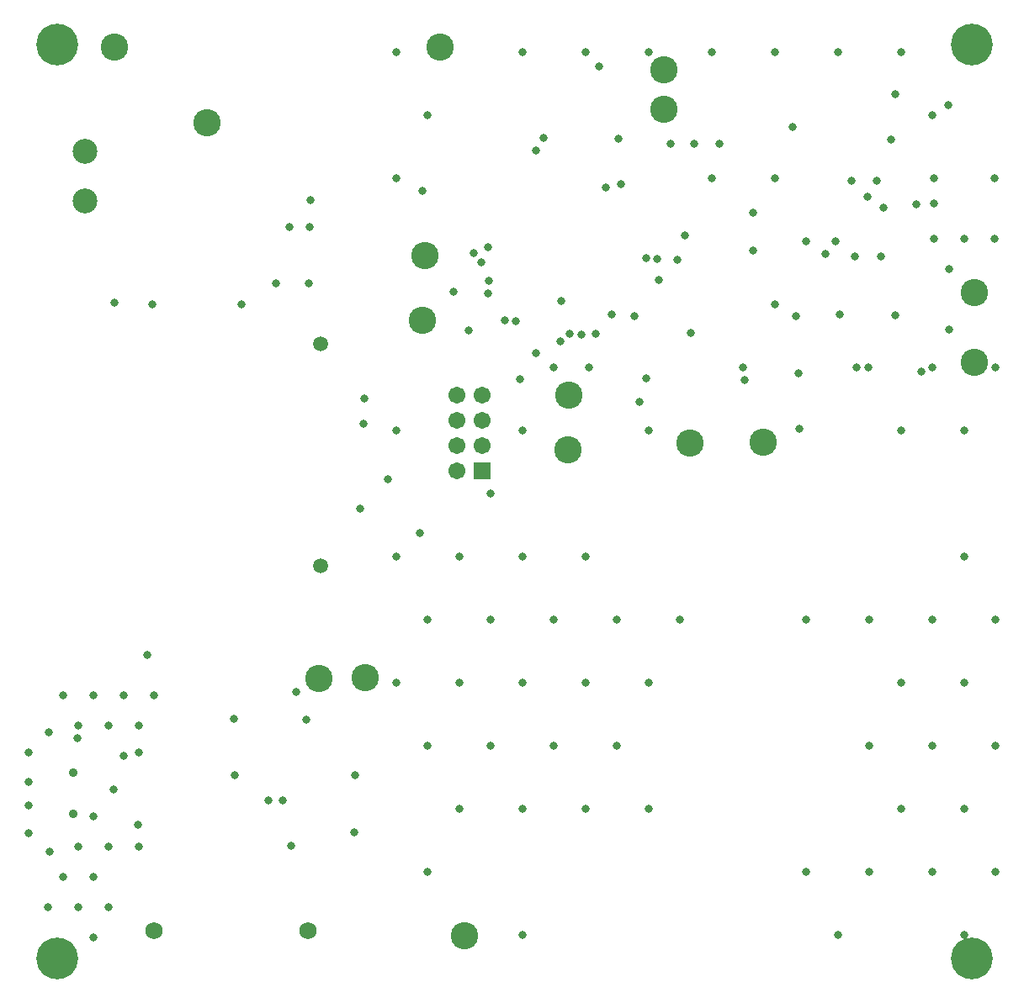
<source format=gbs>
G04*
G04 #@! TF.GenerationSoftware,Altium Limited,Altium Designer,20.1.8 (145)*
G04*
G04 Layer_Color=16711935*
%FSAX25Y25*%
%MOIN*%
G70*
G04*
G04 #@! TF.SameCoordinates,89318993-7189-4E3E-A0A4-2F758258B478*
G04*
G04*
G04 #@! TF.FilePolarity,Negative*
G04*
G01*
G75*
%ADD85C,0.09855*%
%ADD86C,0.05918*%
%ADD87R,0.06706X0.06706*%
%ADD88C,0.06706*%
%ADD89C,0.03556*%
%ADD90C,0.10800*%
%ADD91C,0.06800*%
%ADD92C,0.16548*%
%ADD93C,0.03200*%
D85*
X0026575Y0315945D02*
D03*
Y0335630D02*
D03*
D86*
X0120197Y0171260D02*
D03*
Y0259449D02*
D03*
D87*
X0184062Y0209154D02*
D03*
D88*
Y0219154D02*
D03*
Y0229154D02*
D03*
Y0239154D02*
D03*
X0174062Y0209154D02*
D03*
Y0219154D02*
D03*
Y0229154D02*
D03*
Y0239154D02*
D03*
D89*
X0022146Y0089496D02*
D03*
Y0073158D02*
D03*
D90*
X0038386Y0376969D02*
D03*
X0177165Y0024606D02*
D03*
X0167386Y0376969D02*
D03*
X0379134Y0279528D02*
D03*
Y0251969D02*
D03*
X0075197Y0346949D02*
D03*
X0137795Y0126969D02*
D03*
X0119500Y0126827D02*
D03*
X0160433Y0268701D02*
D03*
X0161417Y0294291D02*
D03*
X0218110Y0217323D02*
D03*
X0218504Y0238976D02*
D03*
X0266535Y0220079D02*
D03*
X0295276Y0220472D02*
D03*
X0255906Y0352362D02*
D03*
Y0368110D02*
D03*
D91*
X0054134Y0026575D02*
D03*
X0115157D02*
D03*
D92*
X0377953Y0377953D02*
D03*
X0015748Y0015748D02*
D03*
X0377953D02*
D03*
X0015748Y0377953D02*
D03*
D93*
X0331693Y0294094D02*
D03*
X0253937Y0284646D02*
D03*
X0261319Y0292815D02*
D03*
X0244550Y0270477D02*
D03*
X0308268Y0270472D02*
D03*
X0197388Y0268197D02*
D03*
X0193191Y0268781D02*
D03*
X0186429Y0297638D02*
D03*
X0180800Y0295400D02*
D03*
X0205400Y0255600D02*
D03*
X0249200Y0245700D02*
D03*
X0208268Y0340945D02*
D03*
X0249213Y0293307D02*
D03*
X0253543Y0292913D02*
D03*
X0218898Y0263386D02*
D03*
X0223239Y0263003D02*
D03*
X0215354Y0276378D02*
D03*
X0215060Y0260321D02*
D03*
X0229134Y0263348D02*
D03*
X0235433Y0270866D02*
D03*
X0172743Y0279862D02*
D03*
X0336614Y0317717D02*
D03*
X0324016Y0300000D02*
D03*
X0375000Y0175000D02*
D03*
X0387500Y0150000D02*
D03*
X0375000Y0125000D02*
D03*
X0387500Y0100000D02*
D03*
X0375000Y0075000D02*
D03*
X0387500Y0050000D02*
D03*
X0375000Y0025000D02*
D03*
X0362500Y0150000D02*
D03*
X0350000Y0125000D02*
D03*
X0362500Y0100000D02*
D03*
X0350000Y0075000D02*
D03*
X0362500Y0050000D02*
D03*
X0337500Y0150000D02*
D03*
Y0100000D02*
D03*
Y0050000D02*
D03*
X0325000Y0025000D02*
D03*
X0312500Y0150000D02*
D03*
Y0050000D02*
D03*
X0262500Y0150000D02*
D03*
X0250000Y0125000D02*
D03*
Y0075000D02*
D03*
X0225000Y0175000D02*
D03*
X0237500Y0150000D02*
D03*
X0225000Y0125000D02*
D03*
X0237500Y0100000D02*
D03*
X0225000Y0075000D02*
D03*
X0200000Y0175000D02*
D03*
X0212500Y0150000D02*
D03*
X0200000Y0125000D02*
D03*
X0212500Y0100000D02*
D03*
X0200000Y0075000D02*
D03*
Y0025000D02*
D03*
X0159464Y0184252D02*
D03*
X0178756Y0264567D02*
D03*
X0277953Y0338576D02*
D03*
X0268126Y0338583D02*
D03*
X0258677D02*
D03*
X0387500Y0250000D02*
D03*
X0375000Y0225000D02*
D03*
X0350000Y0375000D02*
D03*
X0362500Y0350000D02*
D03*
Y0250000D02*
D03*
X0350000Y0225000D02*
D03*
X0325000Y0375000D02*
D03*
X0300000D02*
D03*
Y0325000D02*
D03*
X0312500Y0300000D02*
D03*
X0300000Y0275000D02*
D03*
X0275000Y0375000D02*
D03*
Y0325000D02*
D03*
X0287500Y0250000D02*
D03*
X0250000Y0375000D02*
D03*
Y0225000D02*
D03*
X0225000Y0375000D02*
D03*
X0200000D02*
D03*
X0212500Y0250000D02*
D03*
X0200000Y0225000D02*
D03*
X0187500Y0200000D02*
D03*
X0175000Y0175000D02*
D03*
X0187500Y0150000D02*
D03*
X0175000Y0125000D02*
D03*
X0187500Y0100000D02*
D03*
X0175000Y0075000D02*
D03*
X0150000Y0375000D02*
D03*
X0162500Y0350000D02*
D03*
X0150000Y0325000D02*
D03*
Y0225000D02*
D03*
Y0175000D02*
D03*
X0162500Y0150000D02*
D03*
X0150000Y0125000D02*
D03*
X0162500Y0100000D02*
D03*
Y0050000D02*
D03*
X0387187Y0324902D02*
D03*
Y0300902D02*
D03*
X0375187D02*
D03*
X0363187Y0324902D02*
D03*
Y0300902D02*
D03*
X0369187Y0288902D02*
D03*
Y0264902D02*
D03*
X0116081Y0316203D02*
D03*
X0115687Y0305573D02*
D03*
X0107874Y0305512D02*
D03*
X0054000Y0120000D02*
D03*
X0048000Y0108000D02*
D03*
Y0060000D02*
D03*
X0042000Y0120000D02*
D03*
X0036000Y0108000D02*
D03*
X0042000Y0096000D02*
D03*
X0036000Y0060000D02*
D03*
Y0036000D02*
D03*
X0030000Y0120000D02*
D03*
X0024000Y0108000D02*
D03*
X0030000Y0072000D02*
D03*
X0024000Y0060000D02*
D03*
X0030000Y0048000D02*
D03*
X0024000Y0036000D02*
D03*
X0030000Y0024000D02*
D03*
X0018000Y0120000D02*
D03*
Y0048000D02*
D03*
X0012000Y0036000D02*
D03*
X0004331Y0097244D02*
D03*
Y0085827D02*
D03*
Y0076378D02*
D03*
Y0065354D02*
D03*
X0012598Y0057874D02*
D03*
X0205550Y0335977D02*
D03*
X0133858Y0088189D02*
D03*
X0183633Y0291752D02*
D03*
X0186614Y0284252D02*
D03*
X0088746Y0274848D02*
D03*
X0102362Y0283465D02*
D03*
X0186539Y0279452D02*
D03*
X0266669Y0263779D02*
D03*
X0309449Y0247577D02*
D03*
X0086221Y0088189D02*
D03*
X0226527Y0249851D02*
D03*
X0237948Y0340704D02*
D03*
X0239129Y0322594D02*
D03*
X0330315Y0324016D02*
D03*
X0246457Y0236221D02*
D03*
X0309842Y0225590D02*
D03*
X0342913Y0313386D02*
D03*
X0355906Y0314567D02*
D03*
X0198940Y0245387D02*
D03*
X0135827Y0193898D02*
D03*
X0146653Y0205571D02*
D03*
X0160433Y0319882D02*
D03*
X0108500Y0060316D02*
D03*
X0307050Y0345477D02*
D03*
X0347779Y0358205D02*
D03*
X0230465Y0369311D02*
D03*
X0332550Y0249977D02*
D03*
X0110500Y0121327D02*
D03*
X0133500Y0065827D02*
D03*
X0099500Y0078327D02*
D03*
X0105000D02*
D03*
X0038202Y0082625D02*
D03*
X0012500Y0105327D02*
D03*
X0114500Y0110327D02*
D03*
X0291550Y0296477D02*
D03*
Y0311477D02*
D03*
X0137000Y0227748D02*
D03*
X0051484Y0135988D02*
D03*
X0048000Y0097280D02*
D03*
X0023600Y0102877D02*
D03*
X0047702Y0068522D02*
D03*
X0368645Y0354071D02*
D03*
X0363145Y0315071D02*
D03*
X0233050Y0321477D02*
D03*
X0264550Y0302477D02*
D03*
X0137500Y0237748D02*
D03*
X0115500Y0283248D02*
D03*
X0038500Y0275748D02*
D03*
X0085654Y0110827D02*
D03*
X0340550Y0323977D02*
D03*
X0346050Y0340477D02*
D03*
X0288050Y0244977D02*
D03*
X0357950Y0248477D02*
D03*
X0347650Y0270677D02*
D03*
X0325750Y0270877D02*
D03*
X0320050Y0294977D02*
D03*
X0342073Y0294000D02*
D03*
X0053500Y0274838D02*
D03*
X0337050Y0249977D02*
D03*
M02*

</source>
